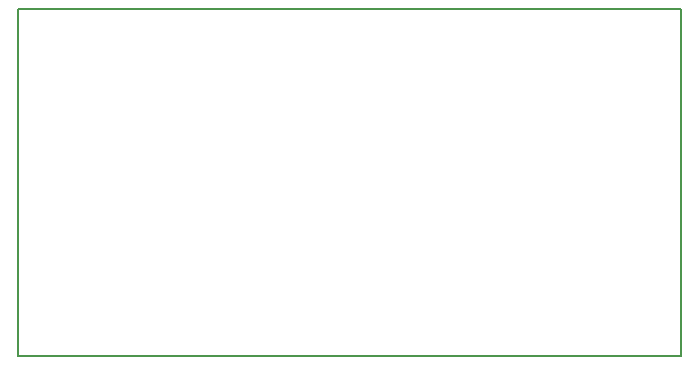
<source format=gko>
%FSLAX35Y35*%
%MOIN*%
%IN23=Platinen-Umriss(X.Outline)*%
%ADD10C,0.00591*%
%ADD11C,0.00004*%
%ADD12C,0.00154*%
%ADD13C,0.00192*%
%ADD14C,0.00197*%
%ADD15C,0.00200*%
%ADD16C,0.00240*%
%ADD17C,0.00288*%
%ADD18C,0.00300*%
%ADD19C,0.00394*%
%ADD20C,0.00400*%
%ADD21C,0.00450*%
%ADD22C,0.00500*%
%ADD23C,0.00600*%
%ADD24C,0.00787*%
%ADD25C,0.00800*%
%ADD26C,0.01000*%
%ADD27C,0.01024*%
%ADD28C,0.01181*%
%ADD29C,0.01575*%
%ADD30C,0.01969*%
%ADD31C,0.02362*%
%ADD32C,0.03150*%
%ADD33C,0.05000*%
%ADD34C,0.05118*%
%ADD35C,0.07087*%
%ADD36C,0.09843*%
%AMR_37*21,1,0.00591,0.01181,0,0,0.000*%
%ADD37R_37*%
%AMR_38*21,1,0.00600,0.07200,0,0,0.000*%
%ADD38R_38*%
%AMR_39*21,1,0.00787,0.04724,0,0,0.000*%
%ADD39R_39*%
%AMR_40*21,1,0.00788,0.03150,0,0,0.000*%
%ADD40R_40*%
%AMR_41*21,1,0.01181,0.01181,0,0,0.000*%
%ADD41R_41*%
%AMR_42*21,1,0.01250,0.04375,0,0,0.000*%
%ADD42R_42*%
%AMR_43*21,1,0.01400,0.05600,0,0,0.000*%
%ADD43R_43*%
%AMR_44*21,1,0.01574,0.03150,0,0,0.000*%
%ADD44R_44*%
%AMR_45*21,1,0.01574,0.04724,0,0,0.000*%
%ADD45R_45*%
%AMR_46*21,1,0.01800,0.02300,0,0,0.000*%
%ADD46R_46*%
%AMR_47*21,1,0.01969,0.02559,0,0,0.000*%
%ADD47R_47*%
%AMR_48*21,1,0.01969,0.05118,0,0,45.000*%
%ADD48R_48*%
%AMR_49*21,1,0.02000,0.02000,0,0,0.000*%
%ADD49R_49*%
%AMR_50*21,1,0.02165,0.04724,0,0,0.000*%
%ADD50R_50*%
%AMR_51*21,1,0.02500,0.02500,0,0,0.000*%
%ADD51R_51*%
%AMR_52*21,1,0.02500,0.05000,0,0,0.000*%
%ADD52R_52*%
%AMR_53*21,1,0.02559,0.05906,0,0,0.000*%
%ADD53R_53*%
%AMR_54*21,1,0.02756,0.09843,0,0,270.000*%
%ADD54R_54*%
%AMR_55*21,1,0.02953,0.05709,0,0,0.000*%
%ADD55R_55*%
%AMR_56*21,1,0.02953,0.06693,0,0,0.000*%
%ADD56R_56*%
%AMR_57*21,1,0.03150,0.00788,0,0,0.000*%
%ADD57R_57*%
%AMR_58*21,1,0.03150,0.01574,0,0,0.000*%
%ADD58R_58*%
%AMR_59*21,1,0.03750,0.01875,0,0,0.000*%
%ADD59R_59*%
%AMR_60*21,1,0.03937,0.01575,0,0,180.000*%
%ADD60R_60*%
%AMR_61*21,1,0.03937,0.05512,0,0,0.000*%
%ADD61R_61*%
%AMR_62*21,1,0.04600,0.05512,0,0,90.000*%
%ADD62R_62*%
%AMR_63*21,1,0.04600,0.05512,0,0,180.000*%
%ADD63R_63*%
%AMR_64*21,1,0.04724,0.01574,0,0,0.000*%
%ADD64R_64*%
%AMR_65*21,1,0.04724,0.04724,0,0,0.000*%
%ADD65R_65*%
%AMR_66*21,1,0.05118,0.01969,0,0,45.000*%
%ADD66R_66*%
%AMR_67*21,1,0.05118,0.05906,0,0,0.000*%
%ADD67R_67*%
%AMR_68*21,1,0.05118,0.05906,0,0,90.000*%
%ADD68R_68*%
%AMR_69*21,1,0.05118,0.05906,0,0,180.000*%
%ADD69R_69*%
%AMR_70*21,1,0.05118,0.05906,0,0,270.000*%
%ADD70R_70*%
%AMR_71*21,1,0.05118,0.06299,0,0,0.000*%
%ADD71R_71*%
%AMR_72*21,1,0.05118,0.06299,0,0,90.000*%
%ADD72R_72*%
%AMR_73*21,1,0.05118,0.06299,0,0,180.000*%
%ADD73R_73*%
%AMR_74*21,1,0.05315,0.02362,0,0,0.000*%
%ADD74R_74*%
%AMR_75*21,1,0.05512,0.02795,0,0,90.000*%
%ADD75R_75*%
%AMR_76*21,1,0.05512,0.05512,0,0,90.000*%
%ADD76R_76*%
%AMR_77*21,1,0.05512,0.05512,0,0,180.000*%
%ADD77R_77*%
%AMR_78*21,1,0.05512,0.05512,0,0,270.000*%
%ADD78R_78*%
%AMR_79*21,1,0.05600,0.01400,0,0,0.000*%
%ADD79R_79*%
%AMR_80*21,1,0.05709,0.02953,0,0,0.000*%
%ADD80R_80*%
%AMR_81*21,1,0.06299,0.05512,0,0,0.000*%
%ADD81R_81*%
%AMR_82*21,1,0.06299,0.05512,0,0,180.000*%
%ADD82R_82*%
%AMR_83*21,1,0.06299,0.06299,0,0,0.000*%
%ADD83R_83*%
%AMR_84*21,1,0.06299,0.07087,0,0,180.000*%
%ADD84R_84*%
%AMR_85*21,1,0.06299,0.07087,0,0,270.000*%
%ADD85R_85*%
%AMR_86*21,1,0.06693,0.02953,0,0,0.000*%
%ADD86R_86*%
%AMR_87*21,1,0.07087,0.11811,0,0,0.000*%
%ADD87R_87*%
%AMR_88*21,1,0.07087,0.14173,0,0,90.000*%
%ADD88R_88*%
%AMR_89*21,1,0.07200,0.00600,0,0,0.000*%
%ADD89R_89*%
%AMR_90*21,1,0.07874,0.06299,0,0,90.000*%
%ADD90R_90*%
%AMR_91*21,1,0.08661,0.04724,0,0,90.000*%
%ADD91R_91*%
%AMR_92*21,1,0.10625,0.01875,0,0,0.000*%
%ADD92R_92*%
%AMR_93*21,1,0.19685,0.19685,0,0,0.000*%
%ADD93R_93*%
%AMRR_94*21,1,0.03937,0.01260,0,0,0.000*21,1,0.03622,0.01575,0,0,0.000*1,1,0.00315,0.01811,0.00630*1,1,0.00315,-0.01811,-0.00630*1,1,0.00315,0.01811,-0.00630*1,1,0.00315,-0.01811,0.00630*%
%ADD94RR_94*%
G54D10*
X0Y115748D02*
X221259Y115748D01*
X221259Y0D01*
X0Y0D02*
X221259Y0D01*
X0Y0D02*
X0Y115748D01*
M02*

</source>
